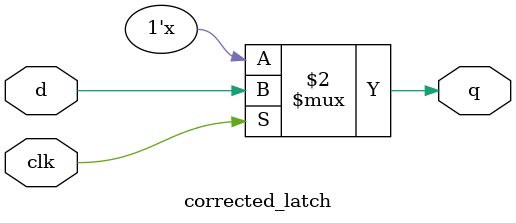
<source format=sv>
module latch(
    input d, clk,
    output reg q
);

always @ (clk)
    if (clk)
        q <= d;
    // else implicitly inferred as q <= q;

endmodule

// Is the above code correct?

// Why does it correctly infer and model a latch?
// If not, what is wrong with it?

// latch must be sensitive to both d and q... 
// when EN (clk) is on, latch must reflect the change in d instantly. 

module corrected_latch(
    input d, clk,
    output reg q
);

always @ (clk or d)
    if (clk)
        q <= d;
endmodule

// or we could use always_latch
</source>
